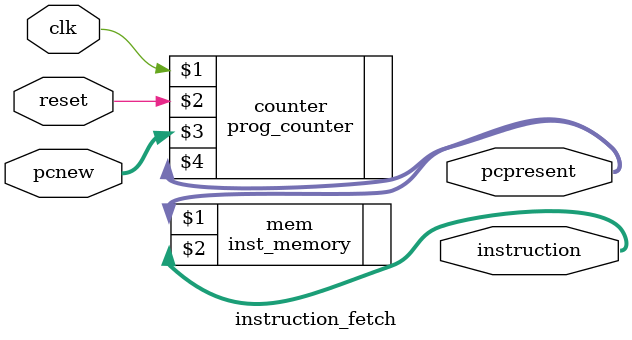
<source format=sv>
`timescale 1ns / 1ps

module instruction_fetch #(parameter s=32) (input bit reset,clk, input bit[s-1:0] pcnew, output bit[s-1:0] instruction, pcpresent );

bit[s-1:0] pcpresent;

prog_counter counter(clk,reset,pcnew,pcpresent);
inst_memory mem(pcpresent,instruction); 

endmodule

</source>
